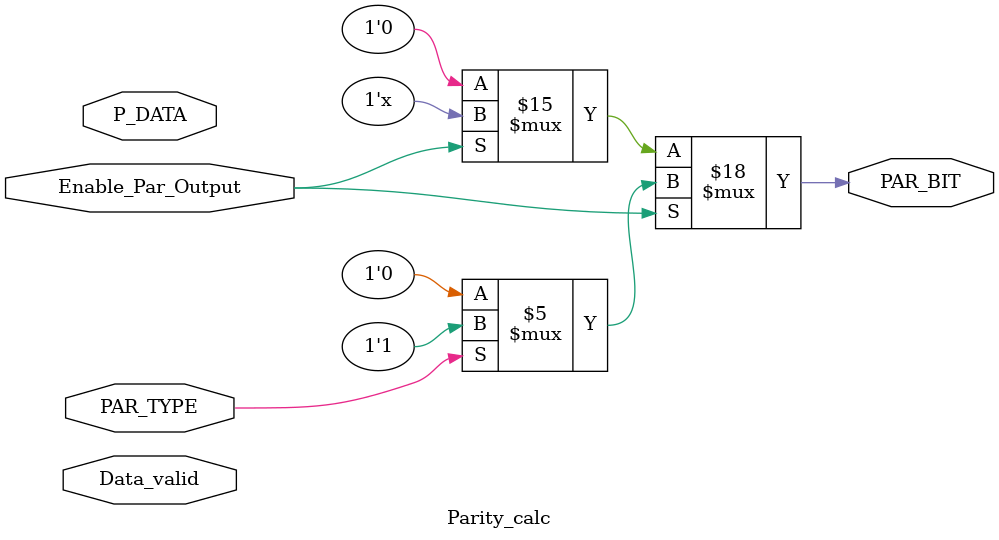
<source format=v>
module Parity_calc #(parameter DATA_LENGTH = 8)
(
	input wire [DATA_LENGTH-1:0] P_DATA,
	input wire 					 Data_valid,
	input wire 					 PAR_TYPE,
	input wire  				 Enable_Par_Output,
	output reg 				 	 PAR_BIT
);  
	
	reg [DATA_LENGTH-1:0] P_DATA_Reg;

	always @(*) begin
		PAR_BIT = 1'b0;
		P_DATA_Reg = 'b0;
		if (Enable_Par_Output)
			PAR_BIT = (~PAR_TYPE) ? (^P_DATA_Reg) : (~^P_DATA_Reg);
		else if (Data_valid) begin
			P_DATA_Reg = P_DATA;
		end
		else begin
			PAR_BIT = 1'b0;
			P_DATA_Reg = 'b0;
		end
	end

endmodule
</source>
